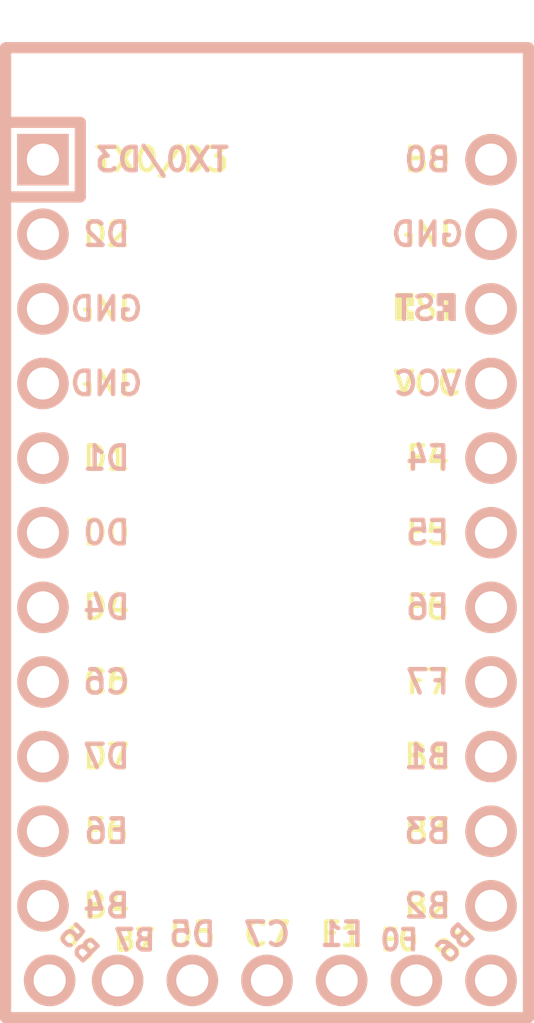
<source format=kicad_pcb>
(kicad_pcb (version 20241229) (generator "pcbnew") (generator_version "9.0")
  (layers (0 "F.Cu" signal) (2 "B.Cu" signal) (13 "F.Paste" user) (15 "B.Paste" user) (5 "F.SilkS" user "F.Silkscreen") (7 "B.SilkS" user "B.Silkscreen") (1 "F.Mask" user) (3 "B.Mask" user) (25 "Edge.Cuts" user))
  (net 0 "")
  (footprint "Keebio-Parts:Elite-C" (layer "F.Cu") (at 33.5 37.27 -90)
    (property "Reference" "J1" (hide yes))
    (property "Value" "Elite-Pi Microcontroller" (hide yes))
    (fp_line (start -17.78 8.89) (end -15.24 8.89) (stroke (width 0.381)) (layer "F.SilkS"))
    (fp_line (start -15.24 8.89) (end 15.24 8.89) (stroke (width 0.381)) (layer "F.SilkS"))
    (fp_line (start 15.24 8.89) (end 15.24 -8.89) (stroke (width 0.381)) (layer "F.SilkS"))
    (fp_line (start -15.24 6.35) (end -15.24 8.89) (stroke (width 0.381)) (layer "F.SilkS"))
    (fp_line (start -15.24 6.35) (end -12.7 6.35) (stroke (width 0.381)) (layer "F.SilkS"))
    (fp_line (start -12.7 6.35) (end -12.7 8.89) (stroke (width 0.381)) (layer "F.SilkS"))
    (fp_line (start -17.78 -8.89) (end -17.78 8.89) (stroke (width 0.381)) (layer "F.SilkS"))
    (fp_line (start -15.24 -8.89) (end -17.78 -8.89) (stroke (width 0.381)) (layer "F.SilkS"))
    (fp_line (start 15.24 -8.89) (end -15.24 -8.89) (stroke (width 0.381)) (layer "F.SilkS"))
    (fp_poly (pts (xy -9.36064 -4.531568) (xy -8.56064 -4.531568) (xy -8.56064 -4.431568) (xy -9.36064 -4.431568)) (stroke (width 0.15)) (fill yes) (layer "F.SilkS"))
    (fp_poly (pts (xy -8.96064 -4.731568) (xy -8.86064 -4.731568) (xy -8.86064 -4.631568) (xy -8.96064 -4.631568)) (stroke (width 0.15)) (fill yes) (layer "F.SilkS"))
    (fp_poly (pts (xy -9.36064 -4.931568) (xy -9.26064 -4.931568) (xy -9.26064 -4.431568) (xy -9.36064 -4.431568)) (stroke (width 0.15)) (fill yes) (layer "F.SilkS"))
    (fp_poly (pts (xy -9.36064 -4.931568) (xy -9.06064 -4.931568) (xy -9.06064 -4.831568) (xy -9.36064 -4.831568)) (stroke (width 0.15)) (fill yes) (layer "F.SilkS"))
    (fp_poly (pts (xy -8.76064 -4.931568) (xy -8.56064 -4.931568) (xy -8.56064 -4.831568) (xy -8.76064 -4.831568)) (stroke (width 0.15)) (fill yes) (layer "F.SilkS"))
    (fp_line (start -17.78 8.89) (end 15.24 8.89) (stroke (width 0.381)) (layer "B.SilkS"))
    (fp_line (start 15.24 8.89) (end 15.24 -8.89) (stroke (width 0.381)) (layer "B.SilkS"))
    (fp_line (start -15.24 6.35) (end -15.24 8.89) (stroke (width 0.381)) (layer "B.SilkS"))
    (fp_line (start -15.24 6.35) (end -12.7 6.35) (stroke (width 0.381)) (layer "B.SilkS"))
    (fp_line (start -12.7 6.35) (end -12.7 8.89) (stroke (width 0.381)) (layer "B.SilkS"))
    (fp_line (start -17.78 -8.89) (end -17.78 8.89) (stroke (width 0.381)) (layer "B.SilkS"))
    (fp_line (start 15.24 -8.89) (end -17.78 -8.89) (stroke (width 0.381)) (layer "B.SilkS"))
    (fp_poly (pts (xy -9.35097 -5.844635) (xy -9.25097 -5.844635) (xy -9.25097 -6.344635) (xy -9.35097 -6.344635)) (stroke (width 0.15)) (fill yes) (layer "B.SilkS"))
    (fp_poly (pts (xy -9.35097 -5.844635) (xy -9.05097 -5.844635) (xy -9.05097 -5.944635) (xy -9.35097 -5.944635)) (stroke (width 0.15)) (fill yes) (layer "B.SilkS"))
    (fp_poly (pts (xy -8.75097 -5.844635) (xy -8.55097 -5.844635) (xy -8.55097 -5.944635) (xy -8.75097 -5.944635)) (stroke (width 0.15)) (fill yes) (layer "B.SilkS"))
    (fp_poly (pts (xy -8.95097 -6.044635) (xy -8.85097 -6.044635) (xy -8.85097 -6.144635) (xy -8.95097 -6.144635)) (stroke (width 0.15)) (fill yes) (layer "B.SilkS"))
    (fp_poly (pts (xy -9.35097 -6.244635) (xy -8.55097 -6.244635) (xy -8.55097 -6.344635) (xy -9.35097 -6.344635)) (stroke (width 0.15)) (fill yes) (layer "B.SilkS"))
    (fp_text user "B7" (at 12.6 4.5 0) (layer "F.SilkS") (effects (font (size 0.7 0.7))))
    (fp_text user "GND" (at -6.35 5.461 0) (layer "F.SilkS") (effects (font (size 0.8 0.8))))
    (fp_text user "VCC" (at -6.35 -5.461 0) (layer "F.SilkS") (effects (font (size 0.8 0.8))))
    (fp_text user "ST" (at -8.92 -5.73312 0) (layer "F.SilkS") (effects (font (size 0.8 0.8))))
    (fp_text user "GND" (at -11.43 -5.461 0) (layer "F.SilkS") (effects (font (size 0.8 0.8))))
    (fp_text user "D1" (at -3.81 5.461 0) (layer "F.SilkS") (effects (font (size 0.8 0.8))))
    (fp_text user "F7" (at 3.81 -5.461 0) (layer "F.SilkS") (effects (font (size 0.8 0.8))))
    (fp_text user "D7" (at 6.35 5.461 0) (layer "F.SilkS") (effects (font (size 0.8 0.8))))
    (fp_text user "B5" (at 12.7 6.4 135) (layer "F.SilkS") (effects (font (size 0.7 0.7))))
    (fp_text user "TX0/D3" (at -13.97 3.571872 0) (layer "F.SilkS") (effects (font (size 0.8 0.8))))
    (fp_text user "F4" (at -3.81 -5.461 0) (layer "F.SilkS") (effects (font (size 0.8 0.8))))
    (fp_text user "B6" (at 12.7 -6.4 45) (layer "F.SilkS") (effects (font (size 0.7 0.7))))
    (fp_text user "D4" (at 1.27 5.461 0) (layer "F.SilkS") (effects (font (size 0.8 0.8))))
    (fp_text user "B1" (at 6.35 -5.461 0) (layer "F.SilkS") (effects (font (size 0.8 0.8))))
    (fp_text user "E6" (at 8.89 5.461 0) (layer "F.SilkS") (effects (font (size 0.8 0.8))))
    (fp_text user "C6" (at 3.81 5.461 0) (layer "F.SilkS") (effects (font (size 0.8 0.8))))
    (fp_text user "D0" (at -1.27 5.461 0) (layer "F.SilkS") (effects (font (size 0.8 0.8))))
    (fp_text user "B4" (at 11.43 5.461 0) (layer "F.SilkS") (effects (font (size 0.8 0.8))))
    (fp_text user "B3" (at 8.89 -5.461 0) (layer "F.SilkS") (effects (font (size 0.8 0.8))))
    (fp_text user "F0" (at 12.6 -4.5 0) (layer "F.SilkS") (effects (font (size 0.7 0.7))))
    (fp_text user "D5" (at 12.4 2.54 0) (layer "F.SilkS") (effects (font (size 0.8 0.8))))
    (fp_text user "B0" (at -13.97 -5.461 0) (layer "F.SilkS") (effects (font (size 0.8 0.8))))
    (fp_text user "B2" (at 11.43 -5.461 0) (layer "F.SilkS") (effects (font (size 0.8 0.8))))
    (fp_text user "D2" (at -11.43 5.461 0) (layer "F.SilkS") (effects (font (size 0.8 0.8))))
    (fp_text user "F5" (at -1.27 -5.461 0) (layer "F.SilkS") (effects (font (size 0.8 0.8))))
    (fp_text user "C7" (at 12.4 0 0) (layer "F.SilkS") (effects (font (size 0.8 0.8))))
    (fp_text user "GND" (at -8.89 5.461 0) (layer "F.SilkS") (effects (font (size 0.8 0.8))))
    (fp_text user "F1" (at 12.4 -2.54 0) (layer "F.SilkS") (effects (font (size 0.8 0.8))))
    (fp_text user "F6" (at 1.27 -5.461 0) (layer "F.SilkS") (effects (font (size 0.8 0.8))))
    (fp_text user "VCC" (at -6.35 -5.461 0) (layer "B.SilkS") (effects (font (size 0.8 0.8)) (justify mirror)))
    (fp_text user "C6" (at 3.81 5.461 0) (layer "B.SilkS") (effects (font (size 0.8 0.8)) (justify mirror)))
    (fp_text user "D7" (at 6.35 5.461 0) (layer "B.SilkS") (effects (font (size 0.8 0.8)) (justify mirror)))
    (fp_text user "B6" (at 12.7 -6.4 45) (layer "B.SilkS") (effects (font (size 0.7 0.7)) (justify mirror)))
    (fp_text user "D2" (at -11.43 5.461 0) (layer "B.SilkS") (effects (font (size 0.8 0.8)) (justify mirror)))
    (fp_text user "B4" (at 11.43 5.461 0) (layer "B.SilkS") (effects (font (size 0.8 0.8)) (justify mirror)))
    (fp_text user "F5" (at -1.27 -5.461 0) (layer "B.SilkS") (effects (font (size 0.8 0.8)) (justify mirror)))
    (fp_text user "D4" (at 1.27 5.461 0) (layer "B.SilkS") (effects (font (size 0.8 0.8)) (justify mirror)))
    (fp_text user "D1" (at -3.81 5.461 0) (layer "B.SilkS") (effects (font (size 0.8 0.8)) (justify mirror)))
    (fp_text user "F4" (at -3.81 -5.461 0) (layer "B.SilkS") (effects (font (size 0.8 0.8)) (justify mirror)))
    (fp_text user "C7" (at 12.4 0 0) (layer "B.SilkS") (effects (font (size 0.8 0.8)) (justify mirror)))
    (fp_text user "F1" (at 12.4 -2.54 0) (layer "B.SilkS") (effects (font (size 0.8 0.8)) (justify mirror)))
    (fp_text user "GND" (at -11.43 -5.461 0) (layer "B.SilkS") (effects (font (size 0.8 0.8)) (justify mirror)))
    (fp_text user "GND" (at -6.35 5.461 0) (layer "B.SilkS") (effects (font (size 0.8 0.8)) (justify mirror)))
    (fp_text user "F0" (at 12.6 -4.5 0) (layer "B.SilkS") (effects (font (size 0.7 0.7)) (justify mirror)))
    (fp_text user "B3" (at 8.89 -5.461 0) (layer "B.SilkS") (effects (font (size 0.8 0.8)) (justify mirror)))
    (fp_text user "E6" (at 8.89 5.461 0) (layer "B.SilkS") (effects (font (size 0.8 0.8)) (justify mirror)))
    (fp_text user "B2" (at 11.43 -5.461 0) (layer "B.SilkS") (effects (font (size 0.8 0.8)) (justify mirror)))
    (fp_text user "F6" (at 1.27 -5.461 0) (layer "B.SilkS") (effects (font (size 0.8 0.8)) (justify mirror)))
    (fp_text user "B7" (at 12.6 4.5 0) (layer "B.SilkS") (effects (font (size 0.7 0.7)) (justify mirror)))
    (fp_text user "D5" (at 12.4 2.54 0) (layer "B.SilkS") (effects (font (size 0.8 0.8)) (justify mirror)))
    (fp_text user "B0" (at -13.97 -5.461 0) (layer "B.SilkS") (effects (font (size 0.8 0.8)) (justify mirror)))
    (fp_text user "B5" (at 12.7 6.4 135) (layer "B.SilkS") (effects (font (size 0.7 0.7)) (justify mirror)))
    (fp_text user "TX0/D3" (at -13.97 3.571872 0) (layer "B.SilkS") (effects (font (size 0.8 0.8)) (justify mirror)))
    (fp_text user "ST" (at -8.91 -5.04 0) (layer "B.SilkS") (effects (font (size 0.8 0.8)) (justify mirror)))
    (fp_text user "D0" (at -1.27 5.461 0) (layer "B.SilkS") (effects (font (size 0.8 0.8)) (justify mirror)))
    (fp_text user "GND" (at -8.89 5.461 0) (layer "B.SilkS") (effects (font (size 0.8 0.8)) (justify mirror)))
    (fp_text user "B1" (at 6.35 -5.461 0) (layer "B.SilkS") (effects (font (size 0.8 0.8)) (justify mirror)))
    (fp_text user "F7" (at 3.81 -5.461 0) (layer "B.SilkS") (effects (font (size 0.8 0.8)) (justify mirror)))
    (pad "1" thru_hole rect (at -13.97 7.62 270) (size 1.7526 1.7526) (drill 1.0922) (layers "*.Cu" "*.SilkS" "*.Mask"))
    (pad "2" thru_hole circle (at -11.43 7.62 270) (size 1.7526 1.7526) (drill 1.0922) (layers "*.Cu" "*.SilkS" "*.Mask"))
    (pad "3" thru_hole circle (at -8.89 7.62 270) (size 1.7526 1.7526) (drill 1.0922) (layers "*.Cu" "*.SilkS" "*.Mask"))
    (pad "4" thru_hole circle (at -6.35 7.62 270) (size 1.7526 1.7526) (drill 1.0922) (layers "*.Cu" "*.SilkS" "*.Mask"))
    (pad "5" thru_hole circle (at -3.81 7.62 270) (size 1.7526 1.7526) (drill 1.0922) (layers "*.Cu" "*.SilkS" "*.Mask"))
    (pad "6" thru_hole circle (at -1.27 7.62 270) (size 1.7526 1.7526) (drill 1.0922) (layers "*.Cu" "*.SilkS" "*.Mask"))
    (pad "7" thru_hole circle (at 1.27 7.62 270) (size 1.7526 1.7526) (drill 1.0922) (layers "*.Cu" "*.SilkS" "*.Mask"))
    (pad "8" thru_hole circle (at 3.81 7.62 270) (size 1.7526 1.7526) (drill 1.0922) (layers "*.Cu" "*.SilkS" "*.Mask"))
    (pad "9" thru_hole circle (at 6.35 7.62 270) (size 1.7526 1.7526) (drill 1.0922) (layers "*.Cu" "*.SilkS" "*.Mask"))
    (pad "10" thru_hole circle (at 8.89 7.62 270) (size 1.7526 1.7526) (drill 1.0922) (layers "*.Cu" "*.SilkS" "*.Mask"))
    (pad "11" thru_hole circle (at 11.43 7.62 270) (size 1.7526 1.7526) (drill 1.0922) (layers "*.Cu" "*.SilkS" "*.Mask"))
    (pad "12" thru_hole circle (at 13.97 7.3914 270) (size 1.7526 1.7526) (drill 1.0922) (layers "*.Cu" "*.SilkS" "*.Mask"))
    (pad "13" thru_hole circle (at 13.97 -7.62 270) (size 1.7526 1.7526) (drill 1.0922) (layers "*.Cu" "*.SilkS" "*.Mask"))
    (pad "14" thru_hole circle (at 11.43 -7.62 270) (size 1.7526 1.7526) (drill 1.0922) (layers "*.Cu" "*.SilkS" "*.Mask"))
    (pad "15" thru_hole circle (at 8.89 -7.62 270) (size 1.7526 1.7526) (drill 1.0922) (layers "*.Cu" "*.SilkS" "*.Mask"))
    (pad "16" thru_hole circle (at 6.35 -7.62 270) (size 1.7526 1.7526) (drill 1.0922) (layers "*.Cu" "*.SilkS" "*.Mask"))
    (pad "17" thru_hole circle (at 3.81 -7.62 270) (size 1.7526 1.7526) (drill 1.0922) (layers "*.Cu" "*.SilkS" "*.Mask"))
    (pad "18" thru_hole circle (at 1.27 -7.62 270) (size 1.7526 1.7526) (drill 1.0922) (layers "*.Cu" "*.SilkS" "*.Mask"))
    (pad "19" thru_hole circle (at -1.27 -7.62 270) (size 1.7526 1.7526) (drill 1.0922) (layers "*.Cu" "*.SilkS" "*.Mask"))
    (pad "20" thru_hole circle (at -3.81 -7.62 270) (size 1.7526 1.7526) (drill 1.0922) (layers "*.Cu" "*.SilkS" "*.Mask"))
    (pad "21" thru_hole circle (at -6.35 -7.62 270) (size 1.7526 1.7526) (drill 1.0922) (layers "*.Cu" "*.SilkS" "*.Mask"))
    (pad "22" thru_hole circle (at -8.89 -7.62 270) (size 1.7526 1.7526) (drill 1.0922) (layers "*.Cu" "*.SilkS" "*.Mask"))
    (pad "23" thru_hole circle (at -11.43 -7.62 270) (size 1.7526 1.7526) (drill 1.0922) (layers "*.Cu" "*.SilkS" "*.Mask"))
    (pad "24" thru_hole circle (at -13.97 -7.62 270) (size 1.7526 1.7526) (drill 1.0922) (layers "*.Cu" "*.SilkS" "*.Mask"))
    (pad "25" thru_hole circle (at 13.97 5.08 270) (size 1.7526 1.7526) (drill 1.0922) (layers "*.Cu" "*.SilkS" "*.Mask"))
    (pad "26" thru_hole circle (at 13.97 2.54 270) (size 1.7526 1.7526) (drill 1.0922) (layers "*.Cu" "*.SilkS" "*.Mask"))
    (pad "27" thru_hole circle (at 13.97 0 270) (size 1.7526 1.7526) (drill 1.0922) (layers "*.Cu" "*.SilkS" "*.Mask"))
    (pad "28" thru_hole circle (at 13.97 -2.54 270) (size 1.7526 1.7526) (drill 1.0922) (layers "*.Cu" "*.SilkS" "*.Mask"))
    (pad "29" thru_hole circle (at 13.97 -5.08 270) (size 1.7526 1.7526) (drill 1.0922) (layers "*.Cu" "*.SilkS" "*.Mask"))
  )
)
</source>
